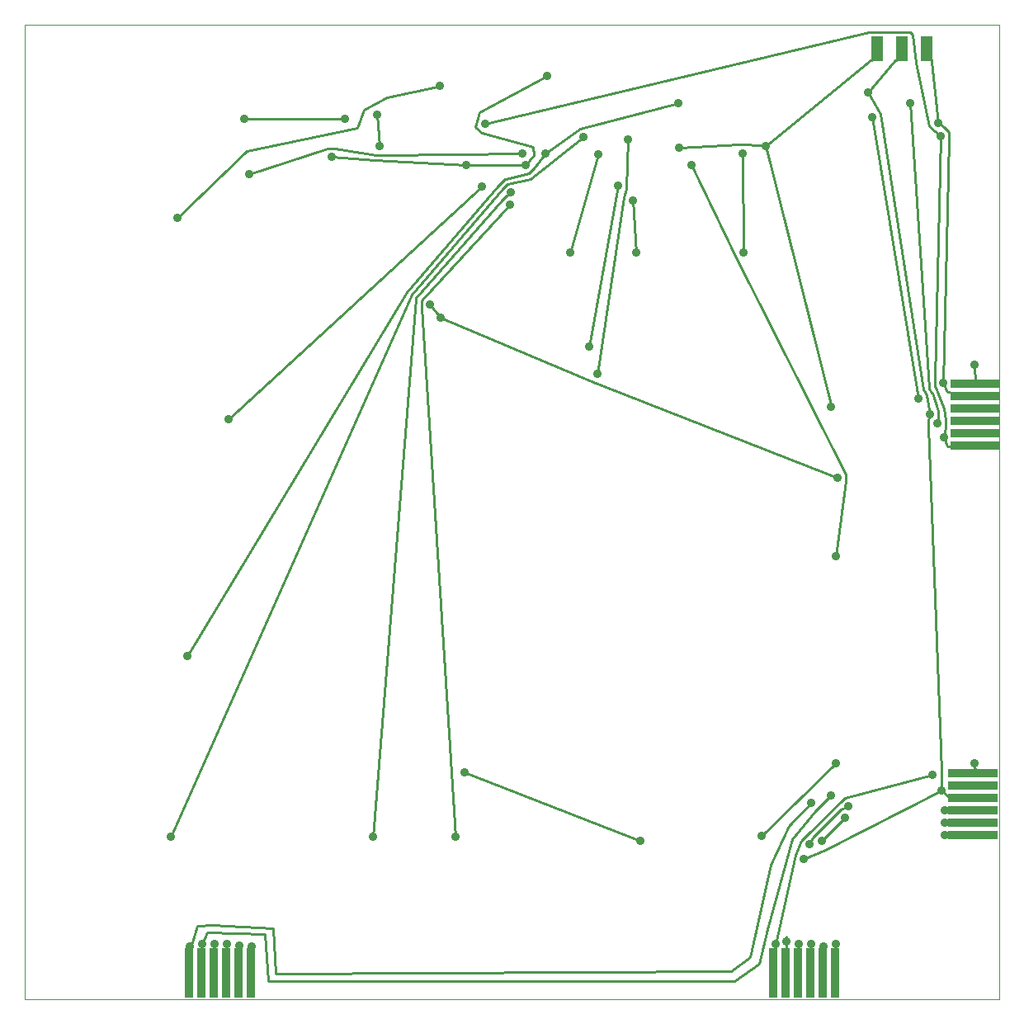
<source format=gbl>
G04 (created by PCBNEW (2013-jul-07)-stable) date Sun 07 Dec 2014 01:03:15 PM EST*
%MOIN*%
G04 Gerber Fmt 3.4, Leading zero omitted, Abs format*
%FSLAX34Y34*%
G01*
G70*
G90*
G04 APERTURE LIST*
%ADD10C,0.00590551*%
%ADD11C,0.00393701*%
%ADD12R,0.0511811X0.1*%
%ADD13R,0.2X0.035*%
%ADD14R,0.035X0.2*%
%ADD15C,0.035*%
%ADD16C,0.01*%
G04 APERTURE END LIST*
G54D10*
G54D11*
X15748Y-55118D02*
X15748Y-15748D01*
X55118Y-55118D02*
X15748Y-55118D01*
X55118Y-15748D02*
X55118Y-55118D01*
X15748Y-15748D02*
X55118Y-15748D01*
G54D12*
X50181Y-16732D03*
X51181Y-16732D03*
X52181Y-16732D03*
G54D13*
X54133Y-30246D03*
X54133Y-30746D03*
X54133Y-31246D03*
X54133Y-31746D03*
X54133Y-32246D03*
X54133Y-32746D03*
X54030Y-48500D03*
X54030Y-48000D03*
X54030Y-47500D03*
X54030Y-47000D03*
X54030Y-46500D03*
X54030Y-46000D03*
G54D14*
X48490Y-54040D03*
X47990Y-54040D03*
X47490Y-54040D03*
X46990Y-54040D03*
X46490Y-54040D03*
X45990Y-54040D03*
X22376Y-54040D03*
X22876Y-54040D03*
X23376Y-54040D03*
X23876Y-54040D03*
X24376Y-54040D03*
X24876Y-54040D03*
G54D15*
X36834Y-17834D03*
X47520Y-47190D03*
X54100Y-29500D03*
X48300Y-31200D03*
X52900Y-48500D03*
X48500Y-52900D03*
X22400Y-53000D03*
X45679Y-20648D03*
X33588Y-21416D03*
X35966Y-21416D03*
X42177Y-20721D03*
X28132Y-21097D03*
X21913Y-23562D03*
X32523Y-18224D03*
X48300Y-46890D03*
X52900Y-48000D03*
X48000Y-53000D03*
X22900Y-52900D03*
X47928Y-48733D03*
X52636Y-19725D03*
X48861Y-47800D03*
X52838Y-30216D03*
X35392Y-22539D03*
X29826Y-48563D03*
X34208Y-22277D03*
X23991Y-31697D03*
X54133Y-31246D03*
X52900Y-47500D03*
X47500Y-52900D03*
X23400Y-52900D03*
X51834Y-30855D03*
X47450Y-48869D03*
X49008Y-47328D03*
X49981Y-19489D03*
X38319Y-20297D03*
X21633Y-48563D03*
X36760Y-20949D03*
X42134Y-18916D03*
X22302Y-41243D03*
X44757Y-20949D03*
X44777Y-24941D03*
X39694Y-22257D03*
X38547Y-28766D03*
X33509Y-45964D03*
X40603Y-48736D03*
X40297Y-22853D03*
X40441Y-24965D03*
X29960Y-19404D03*
X30082Y-20673D03*
X28673Y-19559D03*
X24614Y-19556D03*
X24804Y-21797D03*
X35849Y-20946D03*
X54133Y-31746D03*
X47000Y-52900D03*
X23900Y-52900D03*
X49794Y-18474D03*
X47220Y-49446D03*
X52297Y-31485D03*
X52771Y-46705D03*
X54133Y-32246D03*
X54133Y-46494D03*
X46500Y-52800D03*
X24409Y-52952D03*
X45520Y-48523D03*
X52594Y-31859D03*
X48523Y-45576D03*
X51501Y-18921D03*
X35349Y-23012D03*
X33127Y-48563D03*
X54100Y-45600D03*
X24900Y-53000D03*
X52735Y-20241D03*
X34344Y-19765D03*
X52422Y-46044D03*
X46074Y-52878D03*
X52865Y-32430D03*
X32554Y-27584D03*
X32112Y-27042D03*
X48563Y-34055D03*
X40123Y-20400D03*
X38868Y-29846D03*
X38916Y-20980D03*
X37761Y-24941D03*
X42666Y-21408D03*
X48523Y-37215D03*
G54D16*
X36295Y-21027D02*
X35966Y-21416D01*
X36275Y-20700D02*
X36295Y-21027D01*
X34196Y-20133D02*
X36275Y-20700D01*
X33929Y-19901D02*
X34196Y-20133D01*
X34098Y-19279D02*
X33929Y-19901D01*
X36834Y-17834D02*
X34098Y-19279D01*
X22396Y-53162D02*
X22726Y-52162D01*
X46596Y-48136D02*
X47520Y-47190D01*
X45892Y-49698D02*
X46596Y-48136D01*
X45034Y-53416D02*
X45892Y-49698D01*
X44264Y-53988D02*
X45034Y-53416D01*
X25872Y-54076D02*
X44264Y-53988D01*
X25762Y-52272D02*
X25872Y-54076D01*
X23320Y-52118D02*
X25762Y-52272D01*
X22726Y-52162D02*
X23320Y-52118D01*
X54133Y-30246D02*
X54100Y-29500D01*
X45679Y-20648D02*
X48300Y-31100D01*
X48300Y-31100D02*
X48300Y-31200D01*
X52900Y-48500D02*
X54133Y-48494D01*
X48494Y-54133D02*
X48500Y-52900D01*
X22372Y-54133D02*
X22396Y-53162D01*
X22396Y-53162D02*
X22400Y-53000D01*
X29863Y-21238D02*
X28132Y-21097D01*
X33588Y-21416D02*
X29863Y-21238D01*
X49904Y-17182D02*
X45679Y-20648D01*
X49925Y-17182D02*
X49904Y-17182D01*
X49975Y-17182D02*
X49925Y-17182D01*
X50181Y-16732D02*
X49975Y-17182D01*
X44900Y-20604D02*
X45679Y-20648D01*
X44614Y-20604D02*
X44900Y-20604D01*
X42177Y-20721D02*
X44614Y-20604D01*
X35966Y-21416D02*
X33588Y-21416D01*
X21913Y-23562D02*
X24704Y-20854D01*
X24704Y-20854D02*
X29192Y-19933D01*
X29192Y-19933D02*
X29456Y-19185D01*
X29456Y-19185D02*
X30381Y-18700D01*
X30381Y-18700D02*
X32401Y-18255D01*
X32523Y-18224D02*
X32401Y-18255D01*
X22900Y-52900D02*
X23116Y-52410D01*
X47686Y-47536D02*
X48300Y-46890D01*
X46756Y-48646D02*
X47686Y-47536D01*
X45750Y-52276D02*
X46756Y-48646D01*
X45420Y-53686D02*
X45750Y-52276D01*
X44400Y-54390D02*
X45420Y-53686D01*
X25576Y-54406D02*
X44400Y-54390D01*
X25440Y-52486D02*
X25576Y-54406D01*
X23116Y-52410D02*
X25440Y-52486D01*
X54133Y-30746D02*
X53000Y-30600D01*
X53000Y-30600D02*
X52838Y-30216D01*
X54133Y-47994D02*
X52900Y-48000D01*
X48000Y-53000D02*
X47994Y-54133D01*
X22900Y-52900D02*
X22872Y-54133D01*
X47928Y-48733D02*
X48861Y-47800D01*
X53080Y-20384D02*
X52838Y-30216D01*
X53080Y-20098D02*
X53080Y-20384D01*
X52878Y-19896D02*
X53080Y-20098D01*
X52636Y-19725D02*
X52878Y-19896D01*
X52387Y-17252D02*
X52636Y-19725D01*
X52387Y-17232D02*
X52387Y-17252D01*
X52387Y-17182D02*
X52387Y-17232D01*
X52181Y-16732D02*
X52387Y-17182D01*
X35206Y-22667D02*
X35392Y-22539D01*
X35004Y-22869D02*
X35206Y-22667D01*
X31557Y-26797D02*
X35004Y-22869D01*
X31547Y-26823D02*
X31557Y-26797D01*
X29826Y-48563D02*
X31547Y-26823D01*
X23991Y-31697D02*
X34208Y-22277D01*
X52900Y-47500D02*
X54133Y-47494D01*
X47494Y-54133D02*
X47500Y-52900D01*
X23372Y-54133D02*
X23400Y-52900D01*
X49981Y-19489D02*
X51834Y-30855D01*
X47583Y-48590D02*
X47450Y-48869D01*
X48516Y-47657D02*
X47583Y-48590D01*
X48718Y-47455D02*
X48516Y-47657D01*
X49008Y-47328D02*
X48718Y-47455D01*
X36211Y-21970D02*
X38319Y-20297D01*
X36186Y-21981D02*
X36211Y-21970D01*
X35249Y-22194D02*
X36186Y-21981D01*
X35047Y-22396D02*
X35249Y-22194D01*
X31371Y-26673D02*
X35047Y-22396D01*
X21633Y-48563D02*
X31371Y-26673D01*
X38176Y-19951D02*
X36760Y-20949D01*
X42134Y-18916D02*
X38176Y-19951D01*
X36311Y-21559D02*
X36760Y-20949D01*
X36109Y-21761D02*
X36311Y-21559D01*
X35173Y-21974D02*
X36109Y-21761D01*
X35147Y-21984D02*
X35173Y-21974D01*
X34837Y-22294D02*
X35147Y-21984D01*
X31184Y-26548D02*
X34837Y-22294D01*
X22302Y-41243D02*
X31184Y-26548D01*
X44777Y-24941D02*
X44757Y-20949D01*
X38547Y-28766D02*
X39694Y-22257D01*
X40603Y-48736D02*
X33509Y-45964D01*
X40441Y-24965D02*
X40297Y-22853D01*
X30082Y-20673D02*
X29960Y-19404D01*
X24614Y-19556D02*
X28673Y-19559D01*
X27989Y-20752D02*
X24804Y-21797D01*
X28275Y-20752D02*
X27989Y-20752D01*
X29939Y-21018D02*
X28275Y-20752D01*
X30225Y-21018D02*
X29939Y-21018D01*
X35849Y-20946D02*
X30225Y-21018D01*
X52771Y-46705D02*
X53100Y-47000D01*
X53100Y-47000D02*
X54133Y-46994D01*
X47000Y-52900D02*
X46994Y-54133D01*
X23872Y-54133D02*
X23900Y-52900D01*
X52179Y-30712D02*
X52297Y-31485D01*
X52097Y-30585D02*
X52179Y-30712D01*
X52053Y-30479D02*
X52097Y-30585D01*
X50326Y-19346D02*
X52053Y-30479D01*
X49794Y-18474D02*
X50326Y-19346D01*
X48071Y-49078D02*
X52771Y-46705D01*
X47220Y-49446D02*
X48071Y-49078D01*
X52767Y-45901D02*
X52771Y-46705D01*
X52249Y-32002D02*
X52767Y-45901D01*
X52249Y-31716D02*
X52249Y-32002D01*
X52297Y-31485D02*
X52249Y-31716D01*
X50875Y-17211D02*
X49794Y-18474D01*
X50904Y-17182D02*
X50875Y-17211D01*
X50925Y-17182D02*
X50904Y-17182D01*
X50975Y-17182D02*
X50925Y-17182D01*
X51181Y-16732D02*
X50975Y-17182D01*
X46494Y-54133D02*
X46500Y-52900D01*
X46500Y-52900D02*
X46500Y-52800D01*
X46500Y-52800D02*
X46500Y-52600D01*
X46500Y-52600D02*
X46500Y-52800D01*
X24409Y-52952D02*
X24372Y-54133D01*
X45520Y-48523D02*
X48523Y-45576D01*
X52273Y-30435D02*
X51501Y-18921D01*
X52284Y-30460D02*
X52273Y-30435D01*
X52389Y-30610D02*
X52284Y-30460D01*
X52399Y-30636D02*
X52389Y-30610D01*
X52642Y-31342D02*
X52399Y-30636D01*
X52642Y-31628D02*
X52642Y-31342D01*
X52594Y-31859D02*
X52642Y-31628D01*
X31767Y-26899D02*
X35349Y-23012D01*
X31767Y-27185D02*
X31767Y-26899D01*
X33127Y-48563D02*
X31767Y-27185D01*
X54133Y-32746D02*
X53000Y-32800D01*
X53000Y-32800D02*
X52865Y-32430D01*
X54133Y-45994D02*
X54100Y-45600D01*
X46074Y-52878D02*
X45994Y-54133D01*
X24900Y-53000D02*
X24872Y-54133D01*
X48865Y-46983D02*
X52422Y-46044D01*
X47307Y-48524D02*
X48865Y-46983D01*
X47105Y-48726D02*
X47307Y-48524D01*
X46875Y-49304D02*
X47105Y-48726D01*
X46074Y-52878D02*
X46875Y-49304D01*
X52493Y-20070D02*
X52735Y-20241D01*
X52291Y-19868D02*
X52493Y-20070D01*
X51755Y-17302D02*
X52291Y-19868D01*
X51607Y-16161D02*
X51755Y-17302D01*
X51507Y-16062D02*
X51607Y-16161D01*
X49995Y-16062D02*
X51507Y-16062D01*
X49854Y-16062D02*
X49995Y-16062D01*
X34344Y-19765D02*
X49854Y-16062D01*
X52493Y-30073D02*
X52735Y-20241D01*
X52493Y-30359D02*
X52493Y-30073D01*
X52575Y-30486D02*
X52493Y-30359D01*
X52619Y-30592D02*
X52575Y-30486D01*
X52862Y-31266D02*
X52619Y-30592D01*
X52939Y-31716D02*
X52862Y-31266D01*
X52939Y-32002D02*
X52939Y-31716D01*
X52865Y-32430D02*
X52939Y-32002D01*
X32112Y-27042D02*
X32554Y-27584D01*
X38725Y-30191D02*
X32554Y-27584D01*
X48563Y-34055D02*
X38725Y-30191D01*
X40040Y-22400D02*
X40123Y-20400D01*
X39952Y-22710D02*
X40040Y-22400D01*
X38868Y-29846D02*
X39952Y-22710D01*
X37761Y-24941D02*
X38916Y-20980D01*
X44432Y-25084D02*
X42666Y-21408D01*
X48908Y-33912D02*
X44432Y-25084D01*
X48908Y-34198D02*
X48908Y-33912D01*
X48523Y-37215D02*
X48908Y-34198D01*
M02*

</source>
